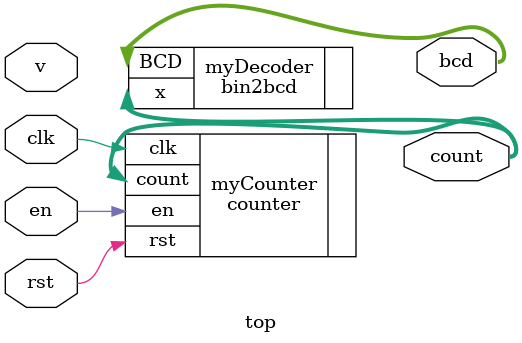
<source format=sv>
module top #(
  parameter WIDTH = 8
)(
  // interface signals
  input  logic             clk,      // clock 
  input  logic             rst,      // reset 
  input  logic             en,       // enable
  input  logic [WIDTH-1:0] v,        // value to preload
  output logic [11:0]      bcd,       // count output
  output logic [WIDTH-1:0]      count       // count output
);

//  logic  [WIDTH-1:0]       count;    // interconnect wire

counter myCounter (
  .clk (clk),
  .rst (rst),
  .en (en),
  .count (count)
);

bin2bcd myDecoder (
  .x (count),
  .BCD (bcd)
);

endmodule

</source>
